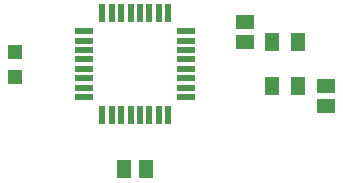
<source format=gbr>
G04 EAGLE Gerber RS-274X export*
G75*
%MOMM*%
%FSLAX34Y34*%
%LPD*%
%INSolderpaste Top*%
%IPPOS*%
%AMOC8*
5,1,8,0,0,1.08239X$1,22.5*%
G01*
%ADD10R,1.500000X1.300000*%
%ADD11R,1.300000X1.600000*%
%ADD12R,1.200000X1.200000*%
%ADD13R,1.500000X0.550000*%
%ADD14R,0.550000X1.500000*%
%ADD15R,1.250000X1.600000*%


D10*
X402590Y218830D03*
X402590Y235830D03*
X334190Y289670D03*
X334190Y272670D03*
D11*
X231800Y165100D03*
X250800Y165100D03*
D12*
X139700Y243500D03*
X139700Y264500D03*
D13*
X284300Y226000D03*
X284300Y234000D03*
X284300Y242000D03*
X284300Y250000D03*
X284300Y258000D03*
X284300Y266000D03*
X284300Y274000D03*
X284300Y282000D03*
D14*
X269300Y297000D03*
X261300Y297000D03*
X253300Y297000D03*
X245300Y297000D03*
X237300Y297000D03*
X229300Y297000D03*
X221300Y297000D03*
X213300Y297000D03*
D13*
X198300Y282000D03*
X198300Y274000D03*
X198300Y266000D03*
X198300Y258000D03*
X198300Y250000D03*
X198300Y242000D03*
X198300Y234000D03*
X198300Y226000D03*
D14*
X213300Y211000D03*
X221300Y211000D03*
X229300Y211000D03*
X237300Y211000D03*
X245300Y211000D03*
X253300Y211000D03*
X261300Y211000D03*
X269300Y211000D03*
D15*
X379300Y235500D03*
X379300Y272500D03*
X357300Y272500D03*
X357300Y235500D03*
M02*

</source>
